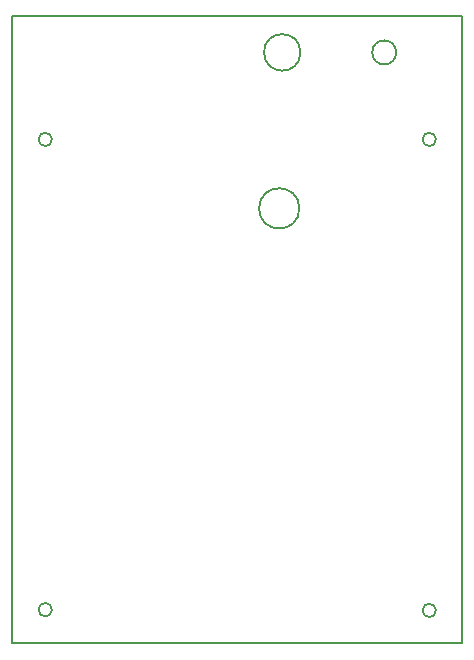
<source format=gbr>
G04 #@! TF.FileFunction,Profile,NP*
%FSLAX46Y46*%
G04 Gerber Fmt 4.6, Leading zero omitted, Abs format (unit mm)*
G04 Created by KiCad (PCBNEW 4.0.6) date Wed May  3 19:00:56 2017*
%MOMM*%
%LPD*%
G01*
G04 APERTURE LIST*
%ADD10C,0.050000*%
%ADD11C,0.150000*%
G04 APERTURE END LIST*
D10*
D11*
X80831961Y-99060000D02*
G75*
G03X80831961Y-99060000I-567961J0D01*
G01*
X113343961Y-138938000D02*
G75*
G03X113343961Y-138938000I-567961J0D01*
G01*
X80831961Y-138878039D02*
G75*
G03X80831961Y-138878039I-567961J0D01*
G01*
X113343961Y-99060000D02*
G75*
G03X113343961Y-99060000I-567961J0D01*
G01*
X101875022Y-91694000D02*
G75*
G03X101875022Y-91694000I-1545022J0D01*
G01*
X109982000Y-91694000D02*
G75*
G03X109982000Y-91694000I-1016000J0D01*
G01*
X101779884Y-104902000D02*
G75*
G03X101779884Y-104902000I-1703884J0D01*
G01*
X77470000Y-141732000D02*
X77470000Y-141732000D01*
X77470000Y-88646000D02*
X77470000Y-141732000D01*
X115570000Y-88646000D02*
X77470000Y-88646000D01*
X115570000Y-141732000D02*
X115570000Y-88646000D01*
X77470000Y-141732000D02*
X115570000Y-141732000D01*
M02*

</source>
